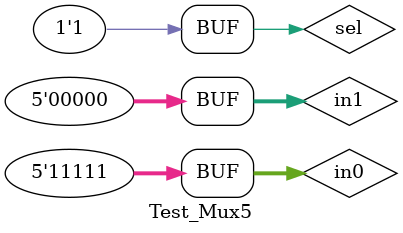
<source format=v>
`timescale 1ns / 1ps

module Test_Mux5;
    
    reg [4:0] in0, in1;
    reg sel;
    
    wire [4:0] out;
    
    Mux5 uut (
        .input1(in0),
        .input2(in1),
        .op(sel),
        .out(out)
    );

    initial begin

        in0 = 5'b00001;
        in1 = 5'b00010;
        sel = 0;
                
        #100;
                
        sel = 0; #50;
        sel = 1; #50;
                
        in0 = 5'b11111;
        in1 = 5'b00000;
        sel = 0; #50;
        sel = 1; #50;
        
    end
endmodule

</source>
